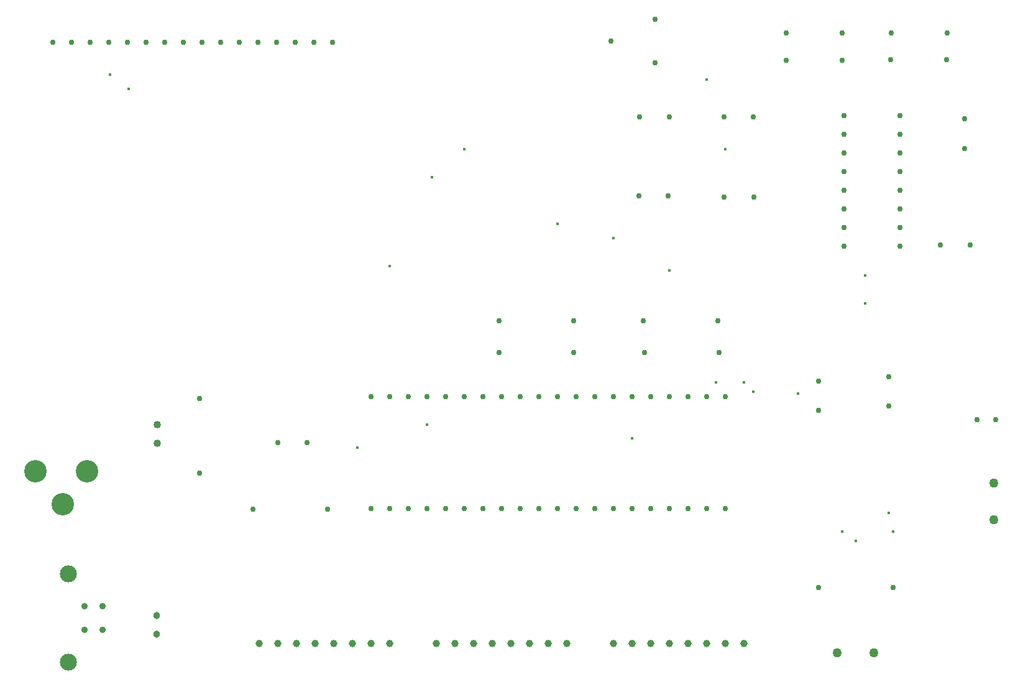
<source format=gbr>
G04 PROTEUS GERBER X2 FILE*
%TF.GenerationSoftware,Labcenter,Proteus,8.5-SP0-Build22067*%
%TF.CreationDate,2019-05-13T12:57:21+00:00*%
%TF.FileFunction,Plated,1,16,PTH*%
%TF.FilePolarity,Positive*%
%TF.Part,Single*%
%FSLAX45Y45*%
%MOMM*%
G01*
%TA.AperFunction,ViaDrill*%
%ADD59C,0.381000*%
%TA.AperFunction,ComponentDrill*%
%ADD60C,0.762000*%
%ADD61C,3.048000*%
%ADD62C,1.270000*%
%ADD63C,0.914400*%
%ADD64C,2.311400*%
%ADD65C,1.000000*%
%ADD66C,0.965200*%
%ADD67C,1.016000*%
D59*
X+12509500Y+2540000D03*
X+12573000Y+2286000D03*
X+6286500Y+7112000D03*
X+6223000Y+3746500D03*
X+5715000Y+5905500D03*
X+9525000Y+5842000D03*
X+10033000Y+8445500D03*
X+5270500Y+3429000D03*
X+9017000Y+3556000D03*
X+2159000Y+8318500D03*
X+8763000Y+6286500D03*
X+8001000Y+6477000D03*
X+1905000Y+8509000D03*
X+12065000Y+2159000D03*
X+10668000Y+4191000D03*
X+11277600Y+4165600D03*
X+12192000Y+5397500D03*
X+12192000Y+5778500D03*
X+11874500Y+2286000D03*
X+10541000Y+4318000D03*
X+10160000Y+4318000D03*
X+6731000Y+7493000D03*
X+10287000Y+7493000D03*
D60*
X+1125220Y+8956040D03*
X+1379220Y+8956040D03*
X+1633220Y+8956040D03*
X+1887220Y+8956040D03*
X+2141220Y+8956040D03*
X+2395220Y+8956040D03*
X+2649220Y+8956040D03*
X+2903220Y+8956040D03*
X+3157220Y+8956040D03*
X+3411220Y+8956040D03*
X+3665220Y+8956040D03*
X+3919220Y+8956040D03*
X+4173220Y+8956040D03*
X+4427220Y+8956040D03*
X+4681220Y+8956040D03*
X+4935220Y+8956040D03*
X+5461000Y+2603500D03*
X+5715000Y+2603500D03*
X+5969000Y+2603500D03*
X+6223000Y+2603500D03*
X+6477000Y+2603500D03*
X+6731000Y+2603500D03*
X+6985000Y+2603500D03*
X+7239000Y+2603500D03*
X+7493000Y+2603500D03*
X+7747000Y+2603500D03*
X+8001000Y+2603500D03*
X+8255000Y+2603500D03*
X+8509000Y+2603500D03*
X+8763000Y+2603500D03*
X+9017000Y+2603500D03*
X+9271000Y+2603500D03*
X+9525000Y+2603500D03*
X+9779000Y+2603500D03*
X+10033000Y+2603500D03*
X+10287000Y+2603500D03*
X+10287000Y+4127500D03*
X+10033000Y+4127500D03*
X+9779000Y+4127500D03*
X+9525000Y+4127500D03*
X+9271000Y+4127500D03*
X+9017000Y+4127500D03*
X+8763000Y+4127500D03*
X+8509000Y+4127500D03*
X+8255000Y+4127500D03*
X+8001000Y+4127500D03*
X+7747000Y+4127500D03*
X+7493000Y+4127500D03*
X+7239000Y+4127500D03*
X+6985000Y+4127500D03*
X+6731000Y+4127500D03*
X+6477000Y+4127500D03*
X+6223000Y+4127500D03*
X+5969000Y+4127500D03*
X+5715000Y+4127500D03*
X+5461000Y+4127500D03*
X+9329980Y+8668740D03*
X+8729980Y+8968740D03*
X+9329980Y+9268740D03*
X+9169400Y+5161280D03*
X+10185400Y+5161280D03*
X+7200900Y+5161280D03*
X+8216900Y+5161280D03*
D61*
X+1589000Y+3111500D03*
X+1259000Y+2661500D03*
X+889000Y+3111500D03*
D60*
X+13543280Y+7907020D03*
X+13543280Y+7507020D03*
X+11899900Y+7955280D03*
X+11899900Y+7701280D03*
X+11899900Y+7447280D03*
X+11899900Y+7193280D03*
X+11899900Y+6939280D03*
X+11899900Y+6685280D03*
X+11899900Y+6431280D03*
X+11899900Y+6177280D03*
X+12661900Y+6177280D03*
X+12661900Y+6431280D03*
X+12661900Y+6685280D03*
X+12661900Y+6939280D03*
X+12661900Y+7193280D03*
X+12661900Y+7447280D03*
X+12661900Y+7701280D03*
X+12661900Y+7955280D03*
X+3853180Y+2590800D03*
X+4869180Y+2590800D03*
X+9187180Y+4726940D03*
X+10203180Y+4726940D03*
X+7200900Y+4729480D03*
X+8216900Y+4729480D03*
D62*
X+11811000Y+635000D03*
X+12311000Y+635000D03*
D60*
X+4589780Y+3502660D03*
X+4189780Y+3502660D03*
X+10671860Y+6847840D03*
X+10271860Y+6847840D03*
D62*
X+13939520Y+2448560D03*
X+13939520Y+2948560D03*
D60*
X+13618260Y+6195060D03*
X+13218260Y+6195060D03*
X+9509660Y+6863080D03*
X+9109660Y+6863080D03*
X+9519920Y+7932420D03*
X+9119920Y+7932420D03*
X+10668000Y+7937500D03*
X+10268000Y+7937500D03*
D63*
X+1805940Y+952500D03*
X+1805940Y+1272540D03*
X+1557020Y+1272540D03*
X+1557020Y+952500D03*
D64*
X+1333500Y+1714500D03*
X+1333500Y+510540D03*
D60*
X+11557000Y+3937000D03*
X+11557000Y+4337000D03*
X+12509500Y+4000500D03*
X+12509500Y+4400500D03*
X+11112500Y+9080500D03*
X+11874500Y+9080500D03*
X+12547600Y+9080500D03*
X+13309600Y+9080500D03*
X+12534900Y+8712200D03*
X+13296900Y+8712200D03*
X+11112500Y+8704580D03*
X+11874500Y+8704580D03*
D65*
X+6350000Y+762000D03*
X+6604000Y+762000D03*
X+6858000Y+762000D03*
X+7112000Y+762000D03*
X+7366000Y+762000D03*
X+7620000Y+762000D03*
X+7874000Y+762000D03*
X+8128000Y+762000D03*
X+8763000Y+762000D03*
X+9017000Y+762000D03*
X+9271000Y+762000D03*
X+9525000Y+762000D03*
X+9779000Y+762000D03*
X+10033000Y+762000D03*
X+10287000Y+762000D03*
X+10541000Y+762000D03*
X+3937000Y+762000D03*
X+4191000Y+762000D03*
X+4445000Y+762000D03*
X+4699000Y+762000D03*
X+4953000Y+762000D03*
X+5207000Y+762000D03*
X+5461000Y+762000D03*
X+5715000Y+762000D03*
D60*
X+13970000Y+3810000D03*
X+13716000Y+3810000D03*
D66*
X+2540000Y+1143000D03*
X+2540000Y+889000D03*
D60*
X+11557000Y+1524000D03*
X+12573000Y+1524000D03*
D67*
X+2547620Y+3492500D03*
X+2547620Y+3746500D03*
D60*
X+3121660Y+4104640D03*
X+3121660Y+3088640D03*
M02*

</source>
